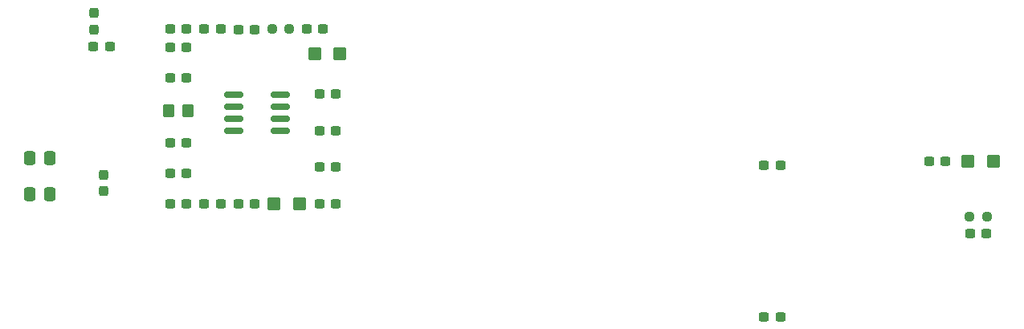
<source format=gbr>
%TF.GenerationSoftware,KiCad,Pcbnew,7.0.10*%
%TF.CreationDate,2024-02-14T22:06:42+09:00*%
%TF.ProjectId,crimping_machine,6372696d-7069-46e6-975f-6d616368696e,rev?*%
%TF.SameCoordinates,Original*%
%TF.FileFunction,Paste,Bot*%
%TF.FilePolarity,Positive*%
%FSLAX46Y46*%
G04 Gerber Fmt 4.6, Leading zero omitted, Abs format (unit mm)*
G04 Created by KiCad (PCBNEW 7.0.10) date 2024-02-14 22:06:42*
%MOMM*%
%LPD*%
G01*
G04 APERTURE LIST*
G04 Aperture macros list*
%AMRoundRect*
0 Rectangle with rounded corners*
0 $1 Rounding radius*
0 $2 $3 $4 $5 $6 $7 $8 $9 X,Y pos of 4 corners*
0 Add a 4 corners polygon primitive as box body*
4,1,4,$2,$3,$4,$5,$6,$7,$8,$9,$2,$3,0*
0 Add four circle primitives for the rounded corners*
1,1,$1+$1,$2,$3*
1,1,$1+$1,$4,$5*
1,1,$1+$1,$6,$7*
1,1,$1+$1,$8,$9*
0 Add four rect primitives between the rounded corners*
20,1,$1+$1,$2,$3,$4,$5,0*
20,1,$1+$1,$4,$5,$6,$7,0*
20,1,$1+$1,$6,$7,$8,$9,0*
20,1,$1+$1,$8,$9,$2,$3,0*%
G04 Aperture macros list end*
%ADD10RoundRect,0.237500X-0.250000X-0.237500X0.250000X-0.237500X0.250000X0.237500X-0.250000X0.237500X0*%
%ADD11RoundRect,0.250000X-0.350000X-0.450000X0.350000X-0.450000X0.350000X0.450000X-0.350000X0.450000X0*%
%ADD12RoundRect,0.237500X0.300000X0.237500X-0.300000X0.237500X-0.300000X-0.237500X0.300000X-0.237500X0*%
%ADD13RoundRect,0.237500X-0.300000X-0.237500X0.300000X-0.237500X0.300000X0.237500X-0.300000X0.237500X0*%
%ADD14RoundRect,0.250000X0.337500X0.475000X-0.337500X0.475000X-0.337500X-0.475000X0.337500X-0.475000X0*%
%ADD15RoundRect,0.250000X0.450000X0.425000X-0.450000X0.425000X-0.450000X-0.425000X0.450000X-0.425000X0*%
%ADD16RoundRect,0.150000X0.825000X0.150000X-0.825000X0.150000X-0.825000X-0.150000X0.825000X-0.150000X0*%
%ADD17RoundRect,0.250000X-0.450000X-0.425000X0.450000X-0.425000X0.450000X0.425000X-0.450000X0.425000X0*%
%ADD18RoundRect,0.237500X0.237500X-0.300000X0.237500X0.300000X-0.237500X0.300000X-0.237500X-0.300000X0*%
%ADD19RoundRect,0.237500X-0.237500X0.300000X-0.237500X-0.300000X0.237500X-0.300000X0.237500X0.300000X0*%
G04 APERTURE END LIST*
D10*
%TO.C,R27*%
X-362925000Y-102250000D03*
X-361100000Y-102250000D03*
%TD*%
D11*
%TO.C,R3*%
X-447379600Y-91044440D03*
X-445379600Y-91044440D03*
%TD*%
D12*
%TO.C,C21*%
X-445517100Y-97684680D03*
X-447242100Y-97684680D03*
%TD*%
D13*
%TO.C,C20*%
X-455318200Y-84277200D03*
X-453593200Y-84277200D03*
%TD*%
D12*
%TO.C,C18*%
X-438303500Y-82499200D03*
X-440028500Y-82499200D03*
%TD*%
%TO.C,C9*%
X-441916350Y-100894801D03*
X-443641350Y-100894801D03*
%TD*%
D14*
%TO.C,C12*%
X-459925000Y-96100000D03*
X-462000000Y-96100000D03*
%TD*%
D15*
%TO.C,C25*%
X-433577350Y-100894801D03*
X-436277350Y-100894801D03*
%TD*%
D12*
%TO.C,C4*%
X-429769100Y-97023600D03*
X-431494100Y-97023600D03*
%TD*%
D13*
%TO.C,C63*%
X-362875000Y-104000000D03*
X-361150000Y-104000000D03*
%TD*%
D12*
%TO.C,C65*%
X-365490000Y-96370000D03*
X-367215000Y-96370000D03*
%TD*%
%TO.C,C2*%
X-441910300Y-82448400D03*
X-443635300Y-82448400D03*
%TD*%
%TO.C,C1*%
X-445517100Y-84404200D03*
X-447242100Y-84404200D03*
%TD*%
D16*
%TO.C,U3*%
X-435613000Y-89408000D03*
X-435613000Y-90678000D03*
X-435613000Y-91948000D03*
X-435613000Y-93218000D03*
X-440563000Y-93218000D03*
X-440563000Y-91948000D03*
X-440563000Y-90678000D03*
X-440563000Y-89408000D03*
%TD*%
D12*
%TO.C,C10*%
X-445517100Y-100894801D03*
X-447242100Y-100894801D03*
%TD*%
D17*
%TO.C,C64*%
X-363150000Y-96370000D03*
X-360450000Y-96370000D03*
%TD*%
D14*
%TO.C,C13*%
X-459925000Y-99900000D03*
X-462000000Y-99900000D03*
%TD*%
D12*
%TO.C,C7*%
X-429769100Y-93152400D03*
X-431494100Y-93152400D03*
%TD*%
D18*
%TO.C,C19*%
X-455217700Y-82498100D03*
X-455217700Y-80773100D03*
%TD*%
D12*
%TO.C,C6*%
X-445517100Y-82448400D03*
X-447242100Y-82448400D03*
%TD*%
D13*
%TO.C,C3*%
X-447242100Y-94474560D03*
X-445517100Y-94474560D03*
%TD*%
D12*
%TO.C,C14*%
X-431089900Y-82448400D03*
X-432814900Y-82448400D03*
%TD*%
%TO.C,C8*%
X-445517100Y-87614320D03*
X-447242100Y-87614320D03*
%TD*%
D19*
%TO.C,C22*%
X-454253600Y-97843000D03*
X-454253600Y-99568000D03*
%TD*%
D12*
%TO.C,C11*%
X-438315600Y-100894801D03*
X-440040600Y-100894801D03*
%TD*%
%TO.C,C5*%
X-429769100Y-89281200D03*
X-431494100Y-89281200D03*
%TD*%
%TO.C,C67*%
X-382900000Y-112800000D03*
X-384625000Y-112800000D03*
%TD*%
%TO.C,C66*%
X-382900000Y-96850000D03*
X-384625000Y-96850000D03*
%TD*%
D15*
%TO.C,C26*%
X-429304100Y-85090000D03*
X-432004100Y-85090000D03*
%TD*%
D10*
%TO.C,R4*%
X-436471700Y-82448400D03*
X-434646700Y-82448400D03*
%TD*%
D12*
%TO.C,C17*%
X-429769100Y-100894801D03*
X-431494100Y-100894801D03*
%TD*%
M02*

</source>
